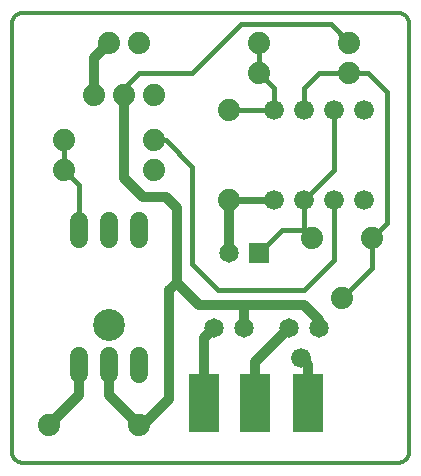
<source format=gbl>
G75*
%MOIN*%
%OFA0B0*%
%FSLAX24Y24*%
%IPPOS*%
%LPD*%
%AMOC8*
5,1,8,0,0,1.08239X$1,22.5*
%
%ADD10C,0.0120*%
%ADD11C,0.1065*%
%ADD12C,0.0660*%
%ADD13C,0.0600*%
%ADD14C,0.0740*%
%ADD15C,0.0650*%
%ADD16R,0.0650X0.0650*%
%ADD17R,0.1043X0.1969*%
%ADD18C,0.0320*%
%ADD19C,0.0160*%
%ADD20C,0.0240*%
D10*
X000160Y000535D02*
X000160Y014785D01*
X000162Y014822D01*
X000167Y014858D01*
X000176Y014894D01*
X000189Y014929D01*
X000204Y014962D01*
X000223Y014993D01*
X000245Y015023D01*
X000270Y015050D01*
X000297Y015075D01*
X000327Y015097D01*
X000358Y015116D01*
X000391Y015131D01*
X000426Y015144D01*
X000462Y015153D01*
X000498Y015158D01*
X000535Y015160D01*
X013035Y015160D01*
X013072Y015158D01*
X013108Y015153D01*
X013144Y015144D01*
X013179Y015131D01*
X013212Y015116D01*
X013243Y015097D01*
X013273Y015075D01*
X013300Y015050D01*
X013325Y015023D01*
X013347Y014993D01*
X013366Y014962D01*
X013381Y014929D01*
X013394Y014894D01*
X013403Y014858D01*
X013408Y014822D01*
X013410Y014785D01*
X013410Y000535D01*
X013408Y000498D01*
X013403Y000462D01*
X013394Y000426D01*
X013381Y000391D01*
X013366Y000358D01*
X013347Y000327D01*
X013325Y000297D01*
X013300Y000270D01*
X013273Y000245D01*
X013243Y000223D01*
X013212Y000204D01*
X013179Y000189D01*
X013144Y000176D01*
X013108Y000167D01*
X013072Y000162D01*
X013035Y000160D01*
X000535Y000160D01*
X000498Y000162D01*
X000462Y000167D01*
X000426Y000176D01*
X000391Y000189D01*
X000358Y000204D01*
X000327Y000223D01*
X000297Y000245D01*
X000270Y000270D01*
X000245Y000297D01*
X000223Y000327D01*
X000204Y000358D01*
X000189Y000391D01*
X000176Y000426D01*
X000167Y000462D01*
X000162Y000498D01*
X000160Y000535D01*
D11*
X003410Y004760D03*
D12*
X008910Y008910D03*
X009910Y008910D03*
X010910Y008910D03*
X011910Y008910D03*
X011910Y011910D03*
X010910Y011910D03*
X009910Y011910D03*
X008910Y011910D03*
X009785Y003660D03*
D13*
X004410Y003710D02*
X004410Y003110D01*
X003410Y003110D02*
X003410Y003710D01*
X002410Y003710D02*
X002410Y003110D01*
X002410Y007610D02*
X002410Y008210D01*
X003410Y008210D02*
X003410Y007610D01*
X004410Y007610D02*
X004410Y008210D01*
D14*
X004910Y009910D03*
X004910Y010910D03*
X004910Y012410D03*
X003910Y012410D03*
X002910Y012410D03*
X001910Y010910D03*
X001910Y009910D03*
X003410Y014160D03*
X004410Y014160D03*
X007410Y011910D03*
X008410Y013160D03*
X008410Y014160D03*
X011410Y014160D03*
X011410Y013160D03*
X007410Y008910D03*
X010160Y007660D03*
X011160Y005660D03*
X012160Y007660D03*
X004410Y001410D03*
X001410Y001410D03*
D15*
X006910Y004660D03*
X007910Y004660D03*
X009410Y004660D03*
X010410Y004660D03*
X007410Y007160D03*
D16*
X008410Y007160D03*
D17*
X008264Y002160D03*
X006556Y002160D03*
X010035Y002160D03*
D18*
X010035Y003410D01*
X009785Y003660D01*
X009410Y004660D02*
X008264Y003514D01*
X008264Y002160D01*
X006556Y002160D02*
X006556Y004306D01*
X006910Y004660D01*
X006410Y005410D02*
X007910Y005410D01*
X009910Y005410D01*
X010410Y004910D01*
X010410Y004660D01*
X007910Y004660D02*
X007910Y005410D01*
X006410Y005410D02*
X005660Y006160D01*
X005410Y005910D01*
X005410Y002285D01*
X004535Y001410D01*
X004410Y001410D01*
X003410Y002410D01*
X003410Y003410D01*
X003410Y003535D01*
X002410Y003410D02*
X002410Y002410D01*
X001410Y001410D01*
X005660Y006160D02*
X005660Y008660D01*
X005285Y009035D01*
X004535Y009035D01*
X003910Y009660D01*
X003910Y012410D01*
X002910Y012410D02*
X002910Y013660D01*
X003410Y014160D01*
X007410Y008910D02*
X007410Y007160D01*
D19*
X008410Y007160D02*
X009160Y007910D01*
X009910Y007910D01*
X010160Y007660D01*
X009910Y007910D02*
X009910Y008910D01*
X010910Y009910D01*
X010910Y011910D01*
X009910Y011910D02*
X009910Y012660D01*
X010410Y013160D01*
X011410Y013160D01*
X012035Y013160D01*
X012660Y012535D01*
X012660Y008160D01*
X012160Y007660D01*
X012160Y006660D01*
X011160Y005660D01*
X010910Y006910D02*
X010910Y008910D01*
X010910Y006910D02*
X009910Y005910D01*
X007035Y005910D01*
X006160Y006785D01*
X006160Y010035D01*
X005285Y010910D01*
X004910Y010910D01*
X003910Y012410D02*
X003910Y012660D01*
X004410Y013160D01*
X006160Y013160D01*
X007785Y014785D01*
X010785Y014785D01*
X011410Y014160D01*
X008910Y012660D02*
X008910Y011910D01*
X007410Y011910D01*
X008410Y013160D02*
X008910Y012660D01*
X008410Y013160D02*
X008410Y014160D01*
X002410Y009410D02*
X002410Y007910D01*
X002410Y009410D02*
X001910Y009910D01*
X001910Y010910D01*
D20*
X007410Y008910D02*
X008910Y008910D01*
M02*

</source>
